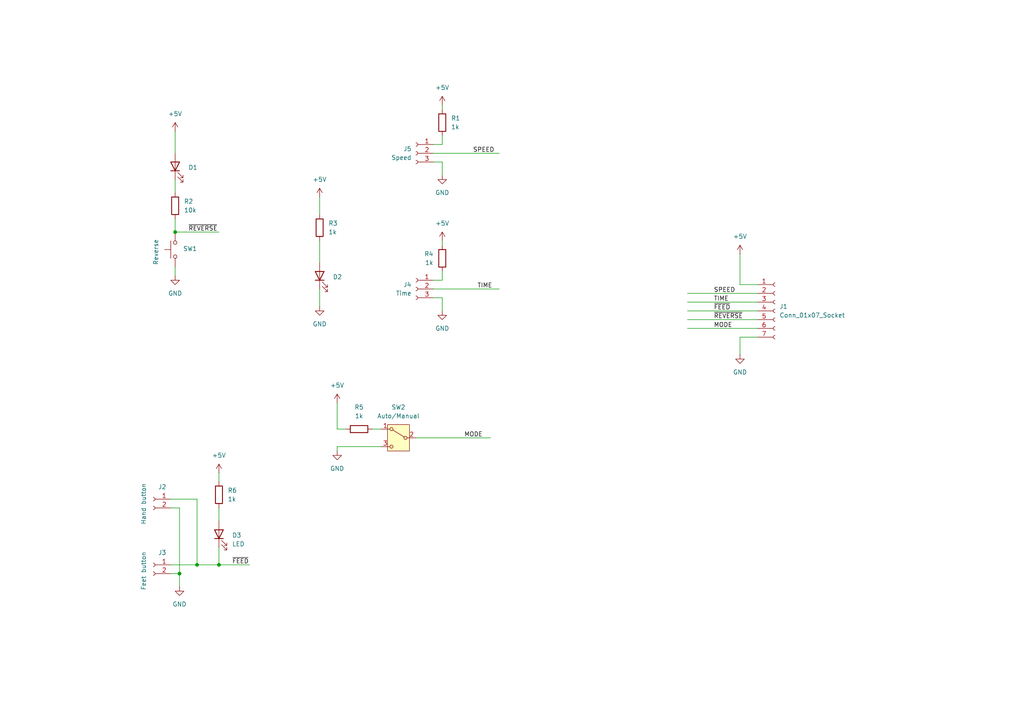
<source format=kicad_sch>
(kicad_sch (version 20231120) (generator "eeschema") (generator_version "8.0")
  (paper "A4")
  (title_block (title "Lead feeder - Front panel") (date "2025-01-17") (rev "1") (company "Sorc LLC") (comment 2 "Божков Александр"))
  (lib_symbols
    (symbol "Connector:Conn_01x02_Socket" (pin_names (offset 1.016) hide)
      (property "Reference" "J" (at 0 2.54 0))
      (property "Value" "Conn_01x02_Socket" (at 0 -5.08 0))
      (symbol "Conn_01x02_Socket_1_1"
        (arc (start 0 -2.032) (mid -0.5058 -2.54) (end 0 -3.048) (stroke (width 0.1524)))
        (polyline (pts (xy -1.27 -2.54) (xy -0.508 -2.54)) (stroke (width 0.1524)))
        (polyline (pts (xy -1.27 0) (xy -0.508 0)) (stroke (width 0.1524)))
        (arc (start 0 0.508) (mid -0.5058 0) (end 0 -0.508) (stroke (width 0.1524)))
        (pin passive line (at -5.08 0 0) (length 3.81) (name "Pin_1") (number "1"))
        (pin passive line (at -5.08 -2.54 0) (length 3.81) (name "Pin_2") (number "2"))
      )
    )
    (symbol "Connector:Conn_01x03_Socket" (pin_names (offset 1.016) hide)
      (property "Reference" "J" (at 0 5.08 0))
      (property "Value" "Conn_01x03_Socket" (at 0 -5.08 0))
      (symbol "Conn_01x03_Socket_1_1"
        (arc (start 0 -2.032) (mid -0.5058 -2.54) (end 0 -3.048) (stroke (width 0.1524)))
        (polyline (pts (xy -1.27 -2.54) (xy -0.508 -2.54)) (stroke (width 0.1524)))
        (polyline (pts (xy -1.27 0) (xy -0.508 0)) (stroke (width 0.1524)))
        (polyline (pts (xy -1.27 2.54) (xy -0.508 2.54)) (stroke (width 0.1524)))
        (arc (start 0 0.508) (mid -0.5058 0) (end 0 -0.508) (stroke (width 0.1524)))
        (arc (start 0 3.048) (mid -0.5058 2.54) (end 0 2.032) (stroke (width 0.1524)))
        (pin passive line (at -5.08 2.54 0) (length 3.81) (name "Pin_1") (number "1"))
        (pin passive line (at -5.08 0 0) (length 3.81) (name "Pin_2") (number "2"))
        (pin passive line (at -5.08 -2.54 0) (length 3.81) (name "Pin_3") (number "3"))
      )
    )
    (symbol "Connector:Conn_01x07_Socket" (pin_names (offset 1.016) hide)
      (property "Reference" "J" (at 0 10.16 0))
      (property "Value" "Conn_01x07_Socket" (at 0 -10.16 0))
      (symbol "Conn_01x07_Socket_1_1"
        (arc (start 0 -7.112) (mid -0.5058 -7.62) (end 0 -8.128) (stroke (width 0.1524)))
        (arc (start 0 -4.572) (mid -0.5058 -5.08) (end 0 -5.588) (stroke (width 0.1524)))
        (arc (start 0 -2.032) (mid -0.5058 -2.54) (end 0 -3.048) (stroke (width 0.1524)))
        (polyline (pts (xy -1.27 -7.62) (xy -0.508 -7.62)) (stroke (width 0.1524)))
        (polyline (pts (xy -1.27 -5.08) (xy -0.508 -5.08)) (stroke (width 0.1524)))
        (polyline (pts (xy -1.27 -2.54) (xy -0.508 -2.54)) (stroke (width 0.1524)))
        (polyline (pts (xy -1.27 0) (xy -0.508 0)) (stroke (width 0.1524)))
        (polyline (pts (xy -1.27 2.54) (xy -0.508 2.54)) (stroke (width 0.1524)))
        (polyline (pts (xy -1.27 5.08) (xy -0.508 5.08)) (stroke (width 0.1524)))
        (polyline (pts (xy -1.27 7.62) (xy -0.508 7.62)) (stroke (width 0.1524)))
        (arc (start 0 0.508) (mid -0.5058 0) (end 0 -0.508) (stroke (width 0.1524)))
        (arc (start 0 3.048) (mid -0.5058 2.54) (end 0 2.032) (stroke (width 0.1524)))
        (arc (start 0 5.588) (mid -0.5058 5.08) (end 0 4.572) (stroke (width 0.1524)))
        (arc (start 0 8.128) (mid -0.5058 7.62) (end 0 7.112) (stroke (width 0.1524)))
        (pin passive line (at -5.08 7.62 0) (length 3.81) (name "Pin_1") (number "1"))
        (pin passive line (at -5.08 5.08 0) (length 3.81) (name "Pin_2") (number "2"))
        (pin passive line (at -5.08 2.54 0) (length 3.81) (name "Pin_3") (number "3"))
        (pin passive line (at -5.08 0 0) (length 3.81) (name "Pin_4") (number "4"))
        (pin passive line (at -5.08 -2.54 0) (length 3.81) (name "Pin_5") (number "5"))
        (pin passive line (at -5.08 -5.08 0) (length 3.81) (name "Pin_6") (number "6"))
        (pin passive line (at -5.08 -7.62 0) (length 3.81) (name "Pin_7") (number "7"))
      )
    )
    (symbol "Device:LED" (pin_numbers hide) (pin_names (offset 1.016) hide)
      (property "Reference" "D" (at 0 2.54 0))
      (property "Value" "LED" (at 0 -2.54 0))
      (symbol "LED_0_1"
        (polyline (pts (xy -1.27 -1.27) (xy -1.27 1.27)) (stroke (width 0.254)))
        (polyline (pts (xy -1.27 0) (xy 1.27 0)))
        (polyline (pts (xy 1.27 -1.27) (xy 1.27 1.27) (xy -1.27 0) (xy 1.27 -1.27)) (stroke (width 0.254)))
        (polyline (pts (xy -3.048 -0.762) (xy -4.572 -2.286) (xy -3.81 -2.286) (xy -4.572 -2.286) (xy -4.572 -1.524)))
        (polyline (pts (xy -1.778 -0.762) (xy -3.302 -2.286) (xy -2.54 -2.286) (xy -3.302 -2.286) (xy -3.302 -1.524)))
      )
      (symbol "LED_1_1"
        (pin passive line (at -3.81 0 0) (length 2.54) (name "K") (number "1"))
        (pin passive line (at 3.81 0 180) (length 2.54) (name "A") (number "2"))
      )
    )
    (symbol "Device:R" (pin_numbers hide) (pin_names (offset 0))
      (property "Reference" "R" (at 2.032 0 90))
      (property "Value" "R" (at 0 0 90))
      (symbol "R_0_1"
        (rectangle (start -1.016 -2.54) (end 1.016 2.54) (stroke (width 0.254)))
      )
      (symbol "R_1_1"
        (pin passive line (at 0 3.81 270) (length 1.27) (name "~") (number "1"))
        (pin passive line (at 0 -3.81 90) (length 1.27) (name "~") (number "2"))
      )
    )
    (symbol "Switch:SW_Push" (pin_numbers hide) (pin_names (offset 1.016) hide)
      (property "Reference" "SW" (at 1.27 2.54 0))
      (property "Value" "SW_Push" (at 0 -1.524 0))
      (symbol "SW_Push_0_1"
        (circle (center -2.032 0) (radius 0.508))
        (polyline (pts (xy 0 1.27) (xy 0 3.048)))
        (polyline (pts (xy 2.54 1.27) (xy -2.54 1.27)))
        (circle (center 2.032 0) (radius 0.508))
        (pin passive line (at -5.08 0 0) (length 2.54) (name "1") (number "1"))
        (pin passive line (at 5.08 0 180) (length 2.54) (name "2") (number "2"))
      )
    )
    (symbol "Switch:SW_SPDT" (pin_names (offset 0) hide)
      (property "Reference" "SW" (at 0 5.08 0))
      (property "Value" "SW_SPDT" (at 0 -5.08 0))
      (symbol "SW_SPDT_0_1"
        (circle (center -2.032 0) (radius 0.4572))
        (polyline (pts (xy -1.651 0.254) (xy 1.651 2.286)))
        (circle (center 2.032 -2.54) (radius 0.4572))
        (circle (center 2.032 2.54) (radius 0.4572))
      )
      (symbol "SW_SPDT_1_1"
        (rectangle (start -3.175 3.81) (end 3.175 -3.81) (fill (type background)))
        (pin passive line (at 5.08 2.54 180) (length 2.54) (name "A") (number "1"))
        (pin passive line (at -5.08 0 0) (length 2.54) (name "B") (number "2"))
        (pin passive line (at 5.08 -2.54 180) (length 2.54) (name "C") (number "3"))
      )
    )
    (symbol "power:+5V" (power) (pin_numbers hide) (pin_names (offset 0) hide)
      (property "Value" "+5V" (at 0 3.556 0))
      (symbol "+5V_0_1"
        (polyline (pts (xy -0.762 1.27) (xy 0 2.54)))
        (polyline (pts (xy 0 0) (xy 0 2.54)))
        (polyline (pts (xy 0 2.54) (xy 0.762 1.27)))
      )
      (symbol "+5V_1_1"
        (pin power_in line (at 0 0 90) (length 0) (name "~") (number "1"))
      )
    )
    (symbol "power:GND" (power) (pin_numbers hide) (pin_names (offset 0) hide)
      (property "Value" "GND" (at 0 -3.81 0))
      (symbol "GND_0_1"
        (polyline (pts (xy 0 0) (xy 0 -1.27) (xy 1.27 -1.27) (xy 0 -2.54) (xy -1.27 -1.27) (xy 0 -1.27)))
      )
      (symbol "GND_1_1"
        (pin power_in line (at 0 0 270) (length 0) (name "~") (number "1"))
      )
    )
  )
  (junction (at 63.5 163.83))
  (junction (at 57.15 163.83))
  (junction (at 50.8 67.31))
  (junction (at 52.07 166.37))
  (wire (pts (xy 57.15 163.83) (xy 63.5 163.83)))
  (wire (pts (xy 219.71 82.55) (xy 214.63 82.55)))
  (wire (pts (xy 125.73 46.99) (xy 128.27 46.99)))
  (wire (pts (xy 50.8 67.31) (xy 63.5 67.31)))
  (wire (pts (xy 97.79 124.46) (xy 100.33 124.46)))
  (wire (pts (xy 52.07 166.37) (xy 49.53 166.37)))
  (wire (pts (xy 63.5 137.16) (xy 63.5 139.7)))
  (wire (pts (xy 199.39 87.63) (xy 219.71 87.63)))
  (wire (pts (xy 97.79 116.84) (xy 97.79 124.46)))
  (wire (pts (xy 92.71 57.15) (xy 92.71 62.23)))
  (wire (pts (xy 125.73 83.82) (xy 144.78 83.82)))
  (wire (pts (xy 57.15 163.83) (xy 57.15 144.78)))
  (wire (pts (xy 63.5 147.32) (xy 63.5 151.13)))
  (wire (pts (xy 120.65 127) (xy 142.24 127)))
  (wire (pts (xy 125.73 81.28) (xy 128.27 81.28)))
  (wire (pts (xy 50.8 63.5) (xy 50.8 67.31)))
  (wire (pts (xy 92.71 69.85) (xy 92.71 76.2)))
  (wire (pts (xy 128.27 78.74) (xy 128.27 81.28)))
  (wire (pts (xy 128.27 69.85) (xy 128.27 71.12)))
  (wire (pts (xy 214.63 97.79) (xy 214.63 102.87)))
  (wire (pts (xy 52.07 147.32) (xy 52.07 166.37)))
  (wire (pts (xy 63.5 158.75) (xy 63.5 163.83)))
  (wire (pts (xy 107.95 124.46) (xy 110.49 124.46)))
  (wire (pts (xy 52.07 170.18) (xy 52.07 166.37)))
  (wire (pts (xy 128.27 39.37) (xy 128.27 41.91)))
  (wire (pts (xy 214.63 82.55) (xy 214.63 73.66)))
  (wire (pts (xy 49.53 163.83) (xy 57.15 163.83)))
  (wire (pts (xy 219.71 97.79) (xy 214.63 97.79)))
  (wire (pts (xy 125.73 44.45) (xy 144.78 44.45)))
  (wire (pts (xy 97.79 130.81) (xy 97.79 129.54)))
  (wire (pts (xy 50.8 77.47) (xy 50.8 80.01)))
  (wire (pts (xy 125.73 41.91) (xy 128.27 41.91)))
  (wire (pts (xy 50.8 52.07) (xy 50.8 55.88)))
  (wire (pts (xy 49.53 147.32) (xy 52.07 147.32)))
  (wire (pts (xy 49.53 144.78) (xy 57.15 144.78)))
  (wire (pts (xy 199.39 92.71) (xy 219.71 92.71)))
  (wire (pts (xy 199.39 85.09) (xy 219.71 85.09)))
  (wire (pts (xy 199.39 95.25) (xy 219.71 95.25)))
  (wire (pts (xy 50.8 38.1) (xy 50.8 44.45)))
  (wire (pts (xy 199.39 90.17) (xy 219.71 90.17)))
  (wire (pts (xy 63.5 163.83) (xy 72.39 163.83)))
  (wire (pts (xy 128.27 46.99) (xy 128.27 50.8)))
  (wire (pts (xy 128.27 86.36) (xy 128.27 90.17)))
  (wire (pts (xy 128.27 30.48) (xy 128.27 31.75)))
  (wire (pts (xy 97.79 129.54) (xy 110.49 129.54)))
  (wire (pts (xy 92.71 83.82) (xy 92.71 88.9)))
  (wire (pts (xy 125.73 86.36) (xy 128.27 86.36)))
  (label "TIME" (at 207.01 87.63 0))
  (label "MODE" (at 134.62 127 0))
  (label "SPEED" (at 137.16 44.45 0))
  (label "~{FEED}" (at 207.01 90.17 0))
  (label "~{FEED}" (at 67.31 163.83 0))
  (label "TIME" (at 138.43 83.82 0))
  (label "~{REVERSE}" (at 54.61 67.31 0))
  (label "~{REVERSE}" (at 207.01 92.71 0))
  (label "MODE" (at 207.01 95.25 0))
  (label "SPEED" (at 207.01 85.09 0))
  (symbol (lib_id "power:+5V") (at 128.27 69.85 0) (unit 1)
    (property "Reference" "#PWR05" (effects (hide yes)))
    (property "Value" "+5V" (at 128.27 64.77 0))
    (property "Description" "Power symbol creates a global label with name \"+5V\"" (effects (hide yes)))
  )
  (symbol (lib_id "power:GND") (at 50.8 80.01 0) (unit 1)
    (property "Reference" "#PWR07" (effects (hide yes)))
    (property "Value" "GND" (at 50.8 85.09 0))
    (property "Description" "Power symbol creates a global label with name \"GND\" , ground" (effects (hide yes)))
  )
  (symbol (lib_id "Connector:Conn_01x07_Socket") (at 224.79 90.17 0) (unit 1)
    (property "Reference" "J1" (at 226.06 88.8999 0) (effects (justify left)))
    (property "Value" "Conn_01x07_Socket" (at 226.06 91.4399 0) (effects (justify left)))
    (property "Footprint" "Connector_JST:JST_EH_S7B-EH_1x07_P2.50mm_Horizontal" (effects (hide yes)))
    (property "Description" "Generic connector, single row, 01x07, script generated" (effects (hide yes)))
  )
  (symbol (lib_id "power:GND") (at 52.07 170.18 0) (unit 1)
    (property "Reference" "#PWR014" (effects (hide yes)))
    (property "Value" "GND" (at 52.07 175.26 0))
    (property "Description" "Power symbol creates a global label with name \"GND\" , ground" (effects (hide yes)))
  )
  (symbol (lib_id "Connector:Conn_01x02_Socket") (at 44.45 144.78 0) (mirror y) (unit 1)
    (property "Reference" "J2" (at 48.26 141.224 0) (effects (justify left)))
    (property "Value" "Hand button" (at 41.656 152.146 90) (effects (justify left)))
    (property "Footprint" "Connector_Wire:SolderWire-0.5sqmm_1x02_P4.6mm_D0.9mm_OD2.1mm" (effects (hide yes)))
    (property "Description" "Generic connector, single row, 01x02, script generated" (effects (hide yes)))
  )
  (symbol (lib_id "power:+5V") (at 97.79 116.84 0) (unit 1)
    (property "Reference" "#PWR011" (effects (hide yes)))
    (property "Value" "+5V" (at 97.79 111.76 0))
    (property "Description" "Power symbol creates a global label with name \"+5V\"" (effects (hide yes)))
  )
  (symbol (lib_id "Connector:Conn_01x03_Socket") (at 120.65 44.45 0) (mirror y) (unit 1)
    (property "Reference" "J5" (at 119.38 43.1799 0) (effects (justify left)))
    (property "Value" "Speed" (at 119.38 45.7199 0) (effects (justify left)))
    (property "Footprint" "Connector_JST:JST_EH_S3B-EH_1x03_P2.50mm_Horizontal" (effects (hide yes)))
    (property "Description" "Generic connector, single row, 01x03, script generated" (effects (hide yes)))
  )
  (symbol (lib_id "Device:R") (at 92.71 66.04 0) (unit 1)
    (property "Reference" "R3" (at 95.25 64.7699 0) (effects (justify left)))
    (property "Value" "1k" (at 95.25 67.3099 0) (effects (justify left)))
    (property "Footprint" "Resistor_SMD:R_1206_3216Metric_Pad1.30x1.75mm_HandSolder" (effects (hide yes)))
    (property "Description" "Resistor" (effects (hide yes)))
  )
  (symbol (lib_id "Connector:Conn_01x03_Socket") (at 120.65 83.82 0) (mirror y) (unit 1)
    (property "Reference" "J4" (at 119.38 82.5499 0) (effects (justify left)))
    (property "Value" "Time" (at 119.38 85.0899 0) (effects (justify left)))
    (property "Footprint" "Connector_JST:JST_EH_S3B-EH_1x03_P2.50mm_Horizontal" (effects (hide yes)))
    (property "Description" "Generic connector, single row, 01x03, script generated" (effects (hide yes)))
  )
  (symbol (lib_id "power:+5V") (at 63.5 137.16 0) (unit 1)
    (property "Reference" "#PWR013" (effects (hide yes)))
    (property "Value" "+5V" (at 63.5 132.08 0))
    (property "Description" "Power symbol creates a global label with name \"+5V\"" (effects (hide yes)))
  )
  (symbol (lib_id "Device:R") (at 128.27 74.93 0) (mirror y) (unit 1)
    (property "Reference" "R4" (at 125.73 73.6599 0) (effects (justify left)))
    (property "Value" "1k" (at 125.73 76.1999 0) (effects (justify left)))
    (property "Footprint" "Resistor_SMD:R_1206_3216Metric_Pad1.30x1.75mm_HandSolder" (effects (hide yes)))
    (property "Description" "Resistor" (effects (hide yes)))
  )
  (symbol (lib_id "power:GND") (at 97.79 130.81 0) (unit 1)
    (property "Reference" "#PWR012" (effects (hide yes)))
    (property "Value" "GND" (at 97.79 135.89 0))
    (property "Description" "Power symbol creates a global label with name \"GND\" , ground" (effects (hide yes)))
  )
  (symbol (lib_id "Device:LED") (at 92.71 80.01 90) (unit 1)
    (property "Reference" "D2" (at 96.52 80.3274 90) (effects (justify right)))
    (property "Value" "Green" (effects (hide yes)))
    (property "Footprint" "LED_THT:LED_D5.0mm_Clear" (effects (hide yes)))
    (property "Datasheet" "https://www.chipdip.ru/product/ek-hl1206rgbwy" (effects (hide yes)))
    (property "Description" "Light emitting diode Green" (effects (hide yes)))
  )
  (symbol (lib_id "Switch:SW_SPDT") (at 115.57 127 0) (mirror y) (unit 1)
    (property "Reference" "SW2" (at 115.57 118.11 0))
    (property "Value" "Auto/Manual" (at 115.57 120.65 0))
    (property "Footprint" "Button_Switch_THT:SW_Push_2P2T_Toggle_CK_PVA2OAH5xxxxxxV2" (effects (hide yes)))
    (property "Description" "Switch, single pole double throw" (effects (hide yes)))
  )
  (symbol (lib_id "Device:LED") (at 50.8 48.26 90) (unit 1)
    (property "Reference" "D1" (at 54.61 48.5774 90) (effects (justify right)))
    (property "Value" "Red" (effects (hide yes)))
    (property "Footprint" "LED_THT:LED_D5.0mm_Clear" (effects (hide yes)))
    (property "Datasheet" "https://www.chipdip.ru/product/ek-hl1206rgbwy" (effects (hide yes)))
    (property "Description" "Light emitting diode Green" (effects (hide yes)))
  )
  (symbol (lib_id "Device:R") (at 104.14 124.46 270) (unit 1)
    (property "Reference" "R5" (at 104.14 118.11 90))
    (property "Value" "1k" (at 104.14 120.65 90))
    (property "Footprint" "Resistor_SMD:R_1206_3216Metric_Pad1.30x1.75mm_HandSolder" (effects (hide yes)))
    (property "Description" "Resistor" (effects (hide yes)))
  )
  (symbol (lib_id "power:+5V") (at 214.63 73.66 0) (unit 1)
    (property "Reference" "#PWR06" (effects (hide yes)))
    (property "Value" "+5V" (at 214.63 68.58 0))
    (property "Description" "Power symbol creates a global label with name \"+5V\"" (effects (hide yes)))
  )
  (symbol (lib_id "Connector:Conn_01x02_Socket") (at 44.45 163.83 0) (mirror y) (unit 1)
    (property "Reference" "J3" (at 48.26 160.274 0) (effects (justify left)))
    (property "Value" "Feet button" (at 41.656 171.196 90) (effects (justify left)))
    (property "Footprint" "Connector_Wire:SolderWire-0.5sqmm_1x02_P4.6mm_D0.9mm_OD2.1mm" (effects (hide yes)))
    (property "Description" "Generic connector, single row, 01x02, script generated" (effects (hide yes)))
  )
  (symbol (lib_id "power:GND") (at 128.27 50.8 0) (unit 1)
    (property "Reference" "#PWR03" (effects (hide yes)))
    (property "Value" "GND" (at 128.27 55.88 0))
    (property "Description" "Power symbol creates a global label with name \"GND\" , ground" (effects (hide yes)))
  )
  (symbol (lib_id "power:+5V") (at 128.27 30.48 0) (unit 1)
    (property "Reference" "#PWR01" (effects (hide yes)))
    (property "Value" "+5V" (at 128.27 25.4 0))
    (property "Description" "Power symbol creates a global label with name \"+5V\"" (effects (hide yes)))
  )
  (symbol (lib_id "Device:LED") (at 63.5 154.94 90) (unit 1)
    (property "Reference" "D3" (at 67.31 155.2574 90) (effects (justify right)))
    (property "Value" "LED" (at 67.31 157.7974 90) (effects (justify right)))
    (property "Footprint" "LED_THT:LED_D5.0mm_Clear" (effects (hide yes)))
    (property "Description" "Light emitting diode" (effects (hide yes)))
  )
  (symbol (lib_id "Device:R") (at 128.27 35.56 0) (unit 1)
    (property "Reference" "R1" (at 130.81 34.2899 0) (effects (justify left)))
    (property "Value" "1k" (at 130.81 36.8299 0) (effects (justify left)))
    (property "Footprint" "Resistor_SMD:R_1206_3216Metric_Pad1.30x1.75mm_HandSolder" (effects (hide yes)))
    (property "Description" "Resistor" (effects (hide yes)))
  )
  (symbol (lib_id "power:GND") (at 128.27 90.17 0) (unit 1)
    (property "Reference" "#PWR09" (effects (hide yes)))
    (property "Value" "GND" (at 128.27 95.25 0))
    (property "Description" "Power symbol creates a global label with name \"GND\" , ground" (effects (hide yes)))
  )
  (symbol (lib_id "power:GND") (at 214.63 102.87 0) (unit 1)
    (property "Reference" "#PWR010" (effects (hide yes)))
    (property "Value" "GND" (at 214.63 107.95 0))
    (property "Description" "Power symbol creates a global label with name \"GND\" , ground" (effects (hide yes)))
  )
  (symbol (lib_id "power:+5V") (at 92.71 57.15 0) (unit 1)
    (property "Reference" "#PWR04" (effects (hide yes)))
    (property "Value" "+5V" (at 92.71 52.07 0))
    (property "Description" "Power symbol creates a global label with name \"+5V\"" (effects (hide yes)))
  )
  (symbol (lib_id "Device:R") (at 50.8 59.69 180) (unit 1)
    (property "Reference" "R2" (at 53.34 58.4199 0) (effects (justify right)))
    (property "Value" "10k" (at 53.34 60.9599 0) (effects (justify right)))
    (property "Footprint" "Resistor_SMD:R_1206_3216Metric_Pad1.30x1.75mm_HandSolder" (effects (hide yes)))
    (property "Description" "Resistor" (effects (hide yes)))
  )
  (symbol (lib_id "Switch:SW_Push") (at 50.8 72.39 90) (unit 1)
    (property "Reference" "SW1" (at 53.086 72.136 90) (effects (justify right)))
    (property "Value" "Reverse" (at 45.212 69.342 0) (effects (justify right)))
    (property "Footprint" "Button_Switch_THT:SW_PUSH_6mm_H4.3mm" (effects (hide yes)))
    (property "Description" "Push button switch, generic, two pins" (effects (hide yes)))
  )
  (symbol (lib_id "power:GND") (at 92.71 88.9 0) (unit 1)
    (property "Reference" "#PWR08" (effects (hide yes)))
    (property "Value" "GND" (at 92.71 93.98 0))
    (property "Description" "Power symbol creates a global label with name \"GND\" , ground" (effects (hide yes)))
  )
  (symbol (lib_id "power:+5V") (at 50.8 38.1 0) (unit 1)
    (property "Reference" "#PWR02" (effects (hide yes)))
    (property "Value" "+5V" (at 50.8 33.02 0))
    (property "Description" "Power symbol creates a global label with name \"+5V\"" (effects (hide yes)))
  )
  (symbol (lib_id "Device:R") (at 63.5 143.51 180) (unit 1)
    (property "Reference" "R6" (at 66.04 142.2399 0) (effects (justify right)))
    (property "Value" "1k" (at 66.04 144.7799 0) (effects (justify right)))
    (property "Footprint" "Resistor_SMD:R_1206_3216Metric_Pad1.30x1.75mm_HandSolder" (effects (hide yes)))
    (property "Description" "Resistor" (effects (hide yes)))
  )
)
</source>
